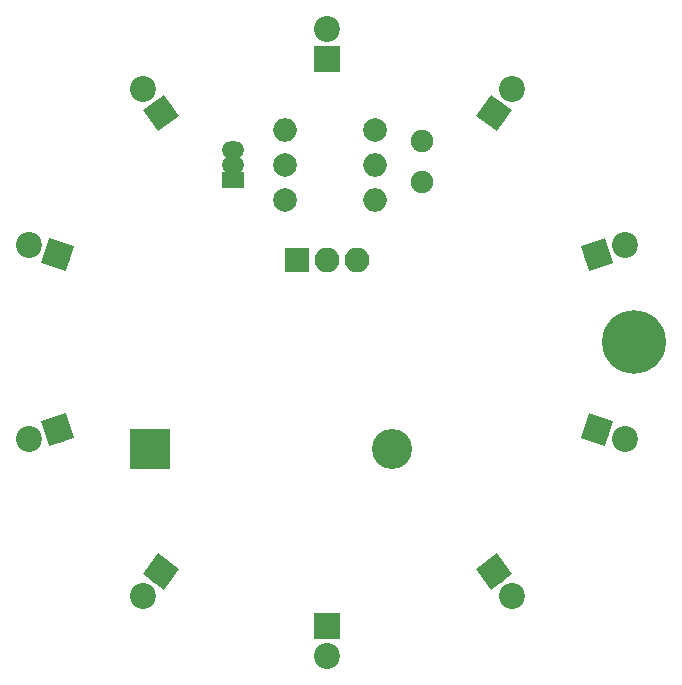
<source format=gbs>
G04 #@! TF.GenerationSoftware,KiCad,Pcbnew,(5.0.0)*
G04 #@! TF.CreationDate,2019-03-21T10:25:12+02:00*
G04 #@! TF.ProjectId,LED_badge,4C45445F62616467652E6B696361645F,rev?*
G04 #@! TF.SameCoordinates,Original*
G04 #@! TF.FileFunction,Soldermask,Bot*
G04 #@! TF.FilePolarity,Negative*
%FSLAX46Y46*%
G04 Gerber Fmt 4.6, Leading zero omitted, Abs format (unit mm)*
G04 Created by KiCad (PCBNEW (5.0.0)) date 03/21/19 10:25:12*
%MOMM*%
%LPD*%
G01*
G04 APERTURE LIST*
%ADD10R,1.900000X1.450000*%
%ADD11O,1.900000X1.450000*%
%ADD12C,2.200000*%
%ADD13C,0.100000*%
%ADD14R,2.200000X2.200000*%
%ADD15C,3.400000*%
%ADD16R,3.400000X3.400000*%
%ADD17C,2.000000*%
%ADD18O,2.000000X2.000000*%
%ADD19C,1.900000*%
%ADD20R,2.100000X2.100000*%
%ADD21O,2.100000X2.100000*%
%ADD22C,5.400000*%
G04 APERTURE END LIST*
D10*
G04 #@! TO.C,Q1*
X129000000Y-66270000D03*
D11*
X129000000Y-63730000D03*
X129000000Y-65000000D03*
G04 #@! TD*
D12*
G04 #@! TO.C,D1*
X152599821Y-58528689D03*
X151106846Y-60583592D03*
D13*
G36*
X151350201Y-62120074D02*
X149570364Y-60826947D01*
X150863491Y-59047110D01*
X152643328Y-60340237D01*
X151350201Y-62120074D01*
X151350201Y-62120074D01*
G37*
G04 #@! TD*
D12*
G04 #@! TO.C,D1*
X162241040Y-71798689D03*
X159825356Y-72583592D03*
D13*
G36*
X159119113Y-73969673D02*
X158439275Y-71877349D01*
X160531599Y-71197511D01*
X161211437Y-73289835D01*
X159119113Y-73969673D01*
X159119113Y-73969673D01*
G37*
G04 #@! TD*
D12*
G04 #@! TO.C,D1*
X162241040Y-88201311D03*
X159825356Y-87416408D03*
D13*
G36*
X158439275Y-88122651D02*
X159119113Y-86030327D01*
X161211437Y-86710165D01*
X160531599Y-88802489D01*
X158439275Y-88122651D01*
X158439275Y-88122651D01*
G37*
G04 #@! TD*
D12*
G04 #@! TO.C,D1*
X152599821Y-101471311D03*
X151106846Y-99416408D03*
D13*
G36*
X149570364Y-99173053D02*
X151350201Y-97879926D01*
X152643328Y-99659763D01*
X150863491Y-100952890D01*
X149570364Y-99173053D01*
X149570364Y-99173053D01*
G37*
G04 #@! TD*
D12*
G04 #@! TO.C,D1*
X137000000Y-106540000D03*
D14*
X137000000Y-104000000D03*
G04 #@! TD*
D12*
G04 #@! TO.C,D1*
X121400179Y-101471311D03*
X122893154Y-99416408D03*
D13*
G36*
X122649799Y-97879926D02*
X124429636Y-99173053D01*
X123136509Y-100952890D01*
X121356672Y-99659763D01*
X122649799Y-97879926D01*
X122649799Y-97879926D01*
G37*
G04 #@! TD*
D12*
G04 #@! TO.C,D1*
X111758960Y-88201311D03*
X114174644Y-87416408D03*
D13*
G36*
X114880887Y-86030327D02*
X115560725Y-88122651D01*
X113468401Y-88802489D01*
X112788563Y-86710165D01*
X114880887Y-86030327D01*
X114880887Y-86030327D01*
G37*
G04 #@! TD*
D12*
G04 #@! TO.C,D1*
X111758960Y-71798689D03*
X114174644Y-72583592D03*
D13*
G36*
X115560725Y-71877349D02*
X114880887Y-73969673D01*
X112788563Y-73289835D01*
X113468401Y-71197511D01*
X115560725Y-71877349D01*
X115560725Y-71877349D01*
G37*
G04 #@! TD*
D12*
G04 #@! TO.C,D1*
X121400179Y-58528689D03*
X122893154Y-60583592D03*
D13*
G36*
X124429636Y-60826947D02*
X122649799Y-62120074D01*
X121356672Y-60340237D01*
X123136509Y-59047110D01*
X124429636Y-60826947D01*
X124429636Y-60826947D01*
G37*
G04 #@! TD*
D15*
G04 #@! TO.C,BT1*
X142490000Y-89000000D03*
D16*
X122000000Y-89000000D03*
G04 #@! TD*
D17*
G04 #@! TO.C,R1*
X133380000Y-65000000D03*
D18*
X141000000Y-65000000D03*
G04 #@! TD*
D19*
G04 #@! TO.C,R2*
X145000000Y-66400000D03*
X145000000Y-63000000D03*
G04 #@! TD*
D18*
G04 #@! TO.C,R3*
X133380000Y-62000000D03*
D17*
X141000000Y-62000000D03*
G04 #@! TD*
G04 #@! TO.C,R4*
X133380000Y-68000000D03*
D18*
X141000000Y-68000000D03*
G04 #@! TD*
D14*
G04 #@! TO.C,D1*
X137000000Y-56000000D03*
D12*
X137000000Y-53460000D03*
G04 #@! TD*
D20*
G04 #@! TO.C,SW1*
X134460000Y-73000000D03*
D21*
X137000000Y-73000000D03*
X139540000Y-73000000D03*
G04 #@! TD*
D22*
G04 #@! TO.C,REF\002A\002A*
X163000000Y-80000000D03*
G04 #@! TD*
M02*

</source>
